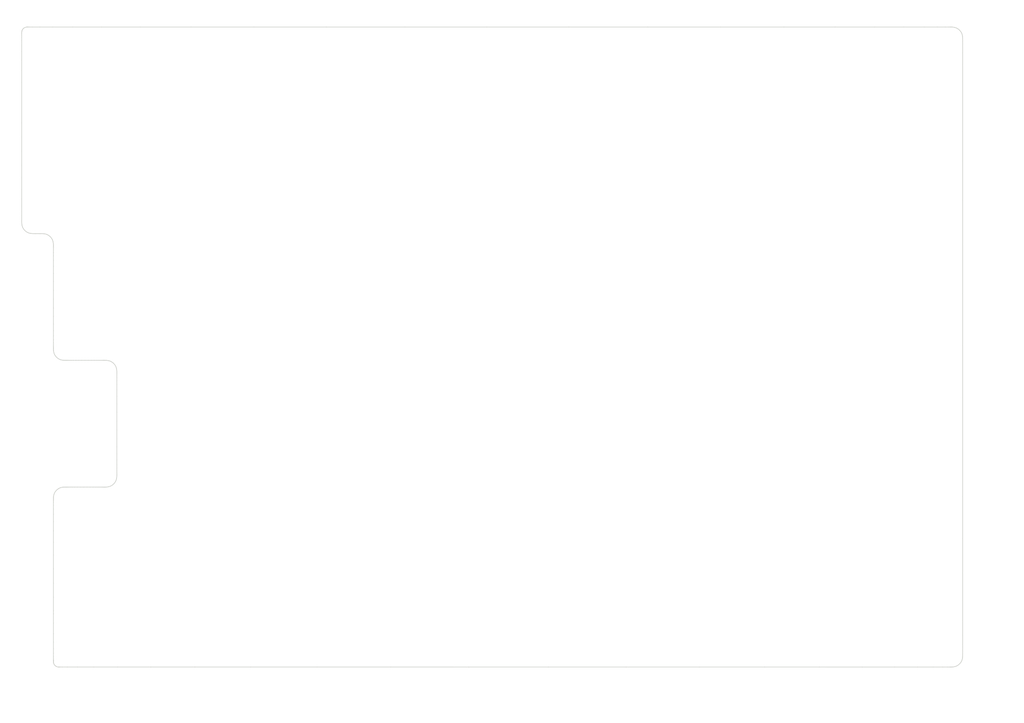
<source format=kicad_pcb>
(kicad_pcb (version 20171130) (host pcbnew "(5.1.10)-1")

  (general
    (thickness 1.6)
    (drawings 512)
    (tracks 0)
    (zones 0)
    (modules 7)
    (nets 1)
  )

  (page USLetter)
  (layers
    (0 F.Cu signal)
    (31 B.Cu signal)
    (32 B.Adhes user)
    (33 F.Adhes user)
    (34 B.Paste user)
    (35 F.Paste user)
    (36 B.SilkS user)
    (37 F.SilkS user)
    (38 B.Mask user)
    (39 F.Mask user)
    (40 Dwgs.User user)
    (41 Cmts.User user)
    (42 Eco1.User user)
    (43 Eco2.User user)
    (44 Edge.Cuts user)
    (45 Margin user)
    (46 B.CrtYd user)
    (47 F.CrtYd user)
    (48 B.Fab user)
    (49 F.Fab user)
  )

  (setup
    (last_trace_width 0.25)
    (trace_clearance 0.2)
    (zone_clearance 0.508)
    (zone_45_only no)
    (trace_min 0.2)
    (via_size 0.6)
    (via_drill 0.4)
    (via_min_size 0.4)
    (via_min_drill 0.3)
    (uvia_size 0.3)
    (uvia_drill 0.1)
    (uvias_allowed no)
    (uvia_min_size 0.2)
    (uvia_min_drill 0.1)
    (edge_width 0.15)
    (segment_width 0.2)
    (pcb_text_width 0.3)
    (pcb_text_size 1.5 1.5)
    (mod_edge_width 0.15)
    (mod_text_size 1 1)
    (mod_text_width 0.15)
    (pad_size 5.5 5.5)
    (pad_drill 3.2)
    (pad_to_mask_clearance 0.2)
    (aux_axis_origin 0 0)
    (visible_elements 7FFFFF7F)
    (pcbplotparams
      (layerselection 0x010f0_80000001)
      (usegerberextensions true)
      (usegerberattributes true)
      (usegerberadvancedattributes true)
      (creategerberjobfile true)
      (excludeedgelayer true)
      (linewidth 0.100000)
      (plotframeref false)
      (viasonmask false)
      (mode 1)
      (useauxorigin false)
      (hpglpennumber 1)
      (hpglpenspeed 20)
      (hpglpendiameter 15.000000)
      (psnegative false)
      (psa4output false)
      (plotreference true)
      (plotvalue true)
      (plotinvisibletext false)
      (padsonsilk false)
      (subtractmaskfromsilk false)
      (outputformat 1)
      (mirror false)
      (drillshape 0)
      (scaleselection 1)
      (outputdirectory "../gerbers/fourier-right-bottom"))
  )

  (net 0 "")

  (net_class Default "This is the default net class."
    (clearance 0.2)
    (trace_width 0.25)
    (via_dia 0.6)
    (via_drill 0.4)
    (uvia_dia 0.3)
    (uvia_drill 0.1)
  )

  (module Mounting_Holes:MountingHole_2.2mm_M2 (layer B.Cu) (tedit 5A7A0D6A) (tstamp 5A7A4DAD)
    (at 28.35 121.3)
    (descr "Mounting Hole 2.2mm, no annular, M2")
    (tags "mounting hole 2.2mm no annular m2")
    (attr virtual)
    (fp_text reference REF** (at 0 3.2) (layer B.SilkS) hide
      (effects (font (size 1 1) (thickness 0.15)) (justify mirror))
    )
    (fp_text value MountingHole_2.2mm_M2 (at 0 -3.2) (layer B.Fab) hide
      (effects (font (size 1 1) (thickness 0.15)) (justify mirror))
    )
    (fp_circle (center 0 0) (end 2.45 0) (layer B.CrtYd) (width 0.05))
    (fp_circle (center 0 0) (end 2.2 0) (layer Cmts.User) (width 0.15))
    (fp_text user %R (at 0.3 0) (layer B.Fab) hide
      (effects (font (size 1 1) (thickness 0.15)) (justify mirror))
    )
    (pad 1 np_thru_hole circle (at 0 0) (size 2.2 2.2) (drill 2.2) (layers *.Cu *.Mask))
  )

  (module Mounting_Holes:MountingHole_2.2mm_M2 (layer B.Cu) (tedit 5A7A0D6A) (tstamp 5A7A4DA6)
    (at 90.025 121.275)
    (descr "Mounting Hole 2.2mm, no annular, M2")
    (tags "mounting hole 2.2mm no annular m2")
    (attr virtual)
    (fp_text reference REF** (at 0 3.2) (layer B.SilkS) hide
      (effects (font (size 1 1) (thickness 0.15)) (justify mirror))
    )
    (fp_text value MountingHole_2.2mm_M2 (at 0 -3.2) (layer B.Fab) hide
      (effects (font (size 1 1) (thickness 0.15)) (justify mirror))
    )
    (fp_circle (center 0 0) (end 2.45 0) (layer B.CrtYd) (width 0.05))
    (fp_circle (center 0 0) (end 2.2 0) (layer Cmts.User) (width 0.15))
    (fp_text user %R (at 0.3 0) (layer B.Fab) hide
      (effects (font (size 1 1) (thickness 0.15)) (justify mirror))
    )
    (pad 1 np_thru_hole circle (at 0 0) (size 2.2 2.2) (drill 2.2) (layers *.Cu *.Mask))
  )

  (module Mounting_Holes:MountingHole_2.2mm_M2 (layer B.Cu) (tedit 5A7A0D6A) (tstamp 5A7A4D9F)
    (at 156.475 120.85)
    (descr "Mounting Hole 2.2mm, no annular, M2")
    (tags "mounting hole 2.2mm no annular m2")
    (attr virtual)
    (fp_text reference REF** (at 0 3.2) (layer B.SilkS) hide
      (effects (font (size 1 1) (thickness 0.15)) (justify mirror))
    )
    (fp_text value MountingHole_2.2mm_M2 (at 0 -3.2) (layer B.Fab) hide
      (effects (font (size 1 1) (thickness 0.15)) (justify mirror))
    )
    (fp_circle (center 0 0) (end 2.45 0) (layer B.CrtYd) (width 0.05))
    (fp_circle (center 0 0) (end 2.2 0) (layer Cmts.User) (width 0.15))
    (fp_text user %R (at 0.3 0) (layer B.Fab) hide
      (effects (font (size 1 1) (thickness 0.15)) (justify mirror))
    )
    (pad 1 np_thru_hole circle (at 0 0) (size 2.2 2.2) (drill 2.2) (layers *.Cu *.Mask))
  )

  (module Mounting_Holes:MountingHole_2.2mm_M2 (layer B.Cu) (tedit 5A7A0D6A) (tstamp 5A7A4D98)
    (at 156.925 79.2)
    (descr "Mounting Hole 2.2mm, no annular, M2")
    (tags "mounting hole 2.2mm no annular m2")
    (attr virtual)
    (fp_text reference REF** (at 0 3.2) (layer B.SilkS) hide
      (effects (font (size 1 1) (thickness 0.15)) (justify mirror))
    )
    (fp_text value MountingHole_2.2mm_M2 (at 0 -3.2) (layer B.Fab) hide
      (effects (font (size 1 1) (thickness 0.15)) (justify mirror))
    )
    (fp_circle (center 0 0) (end 2.45 0) (layer B.CrtYd) (width 0.05))
    (fp_circle (center 0 0) (end 2.2 0) (layer Cmts.User) (width 0.15))
    (fp_text user %R (at 0.3 0) (layer B.Fab) hide
      (effects (font (size 1 1) (thickness 0.15)) (justify mirror))
    )
    (pad 1 np_thru_hole circle (at 0 0) (size 2.2 2.2) (drill 2.2) (layers *.Cu *.Mask))
  )

  (module Mounting_Holes:MountingHole_2.2mm_M2 (layer B.Cu) (tedit 5A7A0D6A) (tstamp 5A7A4D91)
    (at 156.45 33.525)
    (descr "Mounting Hole 2.2mm, no annular, M2")
    (tags "mounting hole 2.2mm no annular m2")
    (attr virtual)
    (fp_text reference REF** (at 0 3.2) (layer B.SilkS) hide
      (effects (font (size 1 1) (thickness 0.15)) (justify mirror))
    )
    (fp_text value MountingHole_2.2mm_M2 (at 0 -3.2) (layer B.Fab) hide
      (effects (font (size 1 1) (thickness 0.15)) (justify mirror))
    )
    (fp_circle (center 0 0) (end 2.45 0) (layer B.CrtYd) (width 0.05))
    (fp_circle (center 0 0) (end 2.2 0) (layer Cmts.User) (width 0.15))
    (fp_text user %R (at 0.3 0) (layer B.Fab) hide
      (effects (font (size 1 1) (thickness 0.15)) (justify mirror))
    )
    (pad 1 np_thru_hole circle (at 0 0) (size 2.2 2.2) (drill 2.2) (layers *.Cu *.Mask))
  )

  (module Mounting_Holes:MountingHole_2.2mm_M2 (layer B.Cu) (tedit 5A7A0D6A) (tstamp 5A7A4D8A)
    (at 90.025 33.1)
    (descr "Mounting Hole 2.2mm, no annular, M2")
    (tags "mounting hole 2.2mm no annular m2")
    (attr virtual)
    (fp_text reference REF** (at 0 3.2) (layer B.SilkS) hide
      (effects (font (size 1 1) (thickness 0.15)) (justify mirror))
    )
    (fp_text value MountingHole_2.2mm_M2 (at 0 -3.2) (layer B.Fab) hide
      (effects (font (size 1 1) (thickness 0.15)) (justify mirror))
    )
    (fp_circle (center 0 0) (end 2.45 0) (layer B.CrtYd) (width 0.05))
    (fp_circle (center 0 0) (end 2.2 0) (layer Cmts.User) (width 0.15))
    (fp_text user %R (at 0.3 0) (layer B.Fab) hide
      (effects (font (size 1 1) (thickness 0.15)) (justify mirror))
    )
    (pad 1 np_thru_hole circle (at 0 0) (size 2.2 2.2) (drill 2.2) (layers *.Cu *.Mask))
  )

  (module Mounting_Holes:MountingHole_2.2mm_M2 (layer B.Cu) (tedit 5A7A0D6A) (tstamp 5A7A4D68)
    (at 23.55 33.1)
    (descr "Mounting Hole 2.2mm, no annular, M2")
    (tags "mounting hole 2.2mm no annular m2")
    (attr virtual)
    (fp_text reference REF** (at 0 3.2) (layer B.SilkS) hide
      (effects (font (size 1 1) (thickness 0.15)) (justify mirror))
    )
    (fp_text value MountingHole_2.2mm_M2 (at 0 -3.2) (layer B.Fab) hide
      (effects (font (size 1 1) (thickness 0.15)) (justify mirror))
    )
    (fp_circle (center 0 0) (end 2.45 0) (layer B.CrtYd) (width 0.05))
    (fp_circle (center 0 0) (end 2.2 0) (layer Cmts.User) (width 0.15))
    (fp_text user %R (at 0.3 0) (layer B.Fab) hide
      (effects (font (size 1 1) (thickness 0.15)) (justify mirror))
    )
    (pad 1 np_thru_hole circle (at 0 0) (size 2.2 2.2) (drill 2.2) (layers *.Cu *.Mask))
  )

  (gr_line (start 24.323056 117.291668) (end 24.323056 117.291668) (layer Edge.Cuts) (width 0.1))
  (gr_line (start 24.323056 121.557308) (end 24.323056 120.286255) (layer Edge.Cuts) (width 0.1))
  (gr_line (start 24.323056 122.526528) (end 24.323056 121.557308) (layer Edge.Cuts) (width 0.1))
  (gr_line (start 24.323056 123.23483) (end 24.323056 122.526528) (layer Edge.Cuts) (width 0.1))
  (gr_line (start 24.323056 123.72313) (end 24.323056 123.23483) (layer Edge.Cuts) (width 0.1))
  (gr_line (start 24.323056 124.032343) (end 24.323056 123.72313) (layer Edge.Cuts) (width 0.1))
  (gr_line (start 24.323056 124.203383) (end 24.323056 124.032343) (layer Edge.Cuts) (width 0.1))
  (gr_line (start 24.323056 124.277166) (end 24.323056 124.203383) (layer Edge.Cuts) (width 0.1))
  (gr_line (start 24.323056 124.294607) (end 24.323056 124.277166) (layer Edge.Cuts) (width 0.1))
  (gr_line (start 24.323056 124.295011) (end 24.323056 124.294607) (layer Edge.Cuts) (width 0.1))
  (gr_line (start 24.323056 124.29564) (end 24.323056 124.295011) (layer Edge.Cuts) (width 0.1))
  (gr_line (start 24.323056 124.297789) (end 24.323056 124.29564) (layer Edge.Cuts) (width 0.1))
  (gr_line (start 24.323056 124.302394) (end 24.323056 124.297789) (layer Edge.Cuts) (width 0.1))
  (gr_line (start 24.323056 124.310392) (end 24.323056 124.302394) (layer Edge.Cuts) (width 0.1))
  (gr_line (start 24.323056 124.322718) (end 24.323056 124.310392) (layer Edge.Cuts) (width 0.1))
  (gr_line (start 24.323056 124.34031) (end 24.323056 124.322718) (layer Edge.Cuts) (width 0.1))
  (gr_line (start 24.323056 124.364104) (end 24.323056 124.34031) (layer Edge.Cuts) (width 0.1))
  (gr_line (start 24.323058 124.39503) (end 24.323056 124.364104) (layer Edge.Cuts) (width 0.1))
  (gr_line (start 24.323301 124.43338) (end 24.323058 124.39503) (layer Edge.Cuts) (width 0.1))
  (gr_line (start 24.324489 124.478187) (end 24.323301 124.43338) (layer Edge.Cuts) (width 0.1))
  (gr_line (start 24.327383 124.528336) (end 24.324489 124.478187) (layer Edge.Cuts) (width 0.1))
  (gr_line (start 24.33274 124.582715) (end 24.327383 124.528336) (layer Edge.Cuts) (width 0.1))
  (gr_line (start 24.34132 124.640209) (end 24.33274 124.582715) (layer Edge.Cuts) (width 0.1))
  (gr_line (start 24.353882 124.699706) (end 24.34132 124.640209) (layer Edge.Cuts) (width 0.1))
  (gr_line (start 24.371186 124.76009) (end 24.353882 124.699706) (layer Edge.Cuts) (width 0.1))
  (gr_line (start 24.39399 124.820249) (end 24.371186 124.76009) (layer Edge.Cuts) (width 0.1))
  (gr_line (start 24.422906 124.879127) (end 24.39399 124.820249) (layer Edge.Cuts) (width 0.1))
  (gr_line (start 24.457676 124.936015) (end 24.422906 124.879127) (layer Edge.Cuts) (width 0.1))
  (gr_line (start 24.497717 124.99033) (end 24.457676 124.936015) (layer Edge.Cuts) (width 0.1))
  (gr_line (start 24.542447 125.041491) (end 24.497717 124.99033) (layer Edge.Cuts) (width 0.1))
  (gr_line (start 24.591286 125.088916) (end 24.542447 125.041491) (layer Edge.Cuts) (width 0.1))
  (gr_line (start 24.643651 125.132022) (end 24.591286 125.088916) (layer Edge.Cuts) (width 0.1))
  (gr_line (start 24.698961 125.17023) (end 24.643651 125.132022) (layer Edge.Cuts) (width 0.1))
  (gr_line (start 24.756633 125.202956) (end 24.698961 125.17023) (layer Edge.Cuts) (width 0.1))
  (gr_line (start 24.816076 125.229645) (end 24.756633 125.202956) (layer Edge.Cuts) (width 0.1))
  (gr_line (start 24.876445 125.250378) (end 24.816076 125.229645) (layer Edge.Cuts) (width 0.1))
  (gr_line (start 24.936637 125.265885) (end 24.876445 125.250378) (layer Edge.Cuts) (width 0.1))
  (gr_line (start 24.99554 125.276924) (end 24.936637 125.265885) (layer Edge.Cuts) (width 0.1))
  (gr_line (start 25.052039 125.284255) (end 24.99554 125.276924) (layer Edge.Cuts) (width 0.1))
  (gr_line (start 25.10502 125.288637) (end 25.052039 125.284255) (layer Edge.Cuts) (width 0.1))
  (gr_line (start 25.153371 125.290828) (end 25.10502 125.288637) (layer Edge.Cuts) (width 0.1))
  (gr_line (start 25.195978 125.291588) (end 25.153371 125.290828) (layer Edge.Cuts) (width 0.1))
  (gr_line (start 25.231784 125.291676) (end 25.195978 125.291588) (layer Edge.Cuts) (width 0.1))
  (gr_line (start 25.312443 125.291677) (end 25.231784 125.291676) (layer Edge.Cuts) (width 0.1))
  (gr_line (start 25.63963 125.29168) (end 25.312443 125.291677) (layer Edge.Cuts) (width 0.1))
  (gr_line (start 26.441532 125.291688) (end 25.63963 125.29168) (layer Edge.Cuts) (width 0.1))
  (gr_line (start 27.946334 125.291701) (end 26.441532 125.291688) (layer Edge.Cuts) (width 0.1))
  (gr_line (start 30.382224 125.291724) (end 27.946334 125.291701) (layer Edge.Cuts) (width 0.1))
  (gr_line (start 33.977388 125.291757) (end 30.382224 125.291724) (layer Edge.Cuts) (width 0.1))
  (gr_line (start 38.960013 125.291803) (end 33.977388 125.291757) (layer Edge.Cuts) (width 0.1))
  (gr_line (start 45.558286 125.291864) (end 38.960013 125.291803) (layer Edge.Cuts) (width 0.1))
  (gr_line (start 53.954713 125.291942) (end 45.558286 125.291864) (layer Edge.Cuts) (width 0.1))
  (gr_line (start 63.917485 125.292034) (end 53.954713 125.291942) (layer Edge.Cuts) (width 0.1))
  (gr_line (start 74.994157 125.292136) (end 63.917485 125.292034) (layer Edge.Cuts) (width 0.1))
  (gr_line (start 86.730226 125.292244) (end 74.994157 125.292136) (layer Edge.Cuts) (width 0.1))
  (gr_line (start 98.671193 125.292355) (end 86.730226 125.292244) (layer Edge.Cuts) (width 0.1))
  (gr_line (start 110.362558 125.292463) (end 98.671193 125.292355) (layer Edge.Cuts) (width 0.1))
  (gr_line (start 121.349819 125.292564) (end 110.362558 125.292463) (layer Edge.Cuts) (width 0.1))
  (gr_line (start 131.178477 125.292655) (end 121.349819 125.292564) (layer Edge.Cuts) (width 0.1))
  (gr_line (start 139.399376 125.292731) (end 131.178477 125.292655) (layer Edge.Cuts) (width 0.1))
  (gr_line (start 145.829002 125.29279) (end 139.399376 125.292731) (layer Edge.Cuts) (width 0.1))
  (gr_line (start 150.66671 125.292835) (end 145.829002 125.29279) (layer Edge.Cuts) (width 0.1))
  (gr_line (start 154.141628 125.292867) (end 150.66671 125.292835) (layer Edge.Cuts) (width 0.1))
  (gr_line (start 156.482888 125.292889) (end 154.141628 125.292867) (layer Edge.Cuts) (width 0.1))
  (gr_line (start 157.91962 125.292902) (end 156.482888 125.292889) (layer Edge.Cuts) (width 0.1))
  (gr_line (start 158.680953 125.292909) (end 157.91962 125.292902) (layer Edge.Cuts) (width 0.1))
  (gr_line (start 158.996018 125.292912) (end 158.680953 125.292909) (layer Edge.Cuts) (width 0.1))
  (gr_line (start 159.093945 125.292913) (end 158.996018 125.292912) (layer Edge.Cuts) (width 0.1))
  (gr_line (start 159.167168 125.292672) (end 159.093945 125.292913) (layer Edge.Cuts) (width 0.1))
  (gr_line (start 159.25394 125.290932) (end 159.167168 125.292672) (layer Edge.Cuts) (width 0.1))
  (gr_line (start 159.352025 125.286169) (end 159.25394 125.290932) (layer Edge.Cuts) (width 0.1))
  (gr_line (start 159.459188 125.276859) (end 159.352025 125.286169) (layer Edge.Cuts) (width 0.1))
  (gr_line (start 159.573192 125.261479) (end 159.459188 125.276859) (layer Edge.Cuts) (width 0.1))
  (gr_line (start 159.691801 125.238503) (end 159.573192 125.261479) (layer Edge.Cuts) (width 0.1))
  (gr_line (start 159.81278 125.206409) (end 159.691801 125.238503) (layer Edge.Cuts) (width 0.1))
  (gr_line (start 159.933893 125.163671) (end 159.81278 125.206409) (layer Edge.Cuts) (width 0.1))
  (gr_line (start 160.052944 125.108867) (end 159.933893 125.163671) (layer Edge.Cuts) (width 0.1))
  (gr_line (start 160.168315 125.042032) (end 160.052944 125.108867) (layer Edge.Cuts) (width 0.1))
  (gr_line (start 160.278828 124.964307) (end 160.168315 125.042032) (layer Edge.Cuts) (width 0.1))
  (gr_line (start 160.383315 124.87686) (end 160.278828 124.964307) (layer Edge.Cuts) (width 0.1))
  (gr_line (start 160.480608 124.78086) (end 160.383315 124.87686) (layer Edge.Cuts) (width 0.1))
  (gr_line (start 160.569538 124.677473) (end 160.480608 124.78086) (layer Edge.Cuts) (width 0.1))
  (gr_line (start 160.648938 124.567868) (end 160.569538 124.677473) (layer Edge.Cuts) (width 0.1))
  (gr_line (start 160.717639 124.453214) (end 160.648938 124.567868) (layer Edge.Cuts) (width 0.1))
  (gr_line (start 160.774479 124.33468) (end 160.717639 124.453214) (layer Edge.Cuts) (width 0.1))
  (gr_line (start 160.819108 124.213759) (end 160.774479 124.33468) (layer Edge.Cuts) (width 0.1))
  (gr_line (start 160.852844 124.092605) (end 160.819108 124.213759) (layer Edge.Cuts) (width 0.1))
  (gr_line (start 160.877211 123.973454) (end 160.852844 124.092605) (layer Edge.Cuts) (width 0.1))
  (gr_line (start 160.893733 123.858542) (end 160.877211 123.973454) (layer Edge.Cuts) (width 0.1))
  (gr_line (start 160.903935 123.750105) (end 160.893733 123.858542) (layer Edge.Cuts) (width 0.1))
  (gr_line (start 160.909339 123.650378) (end 160.903935 123.750105) (layer Edge.Cuts) (width 0.1))
  (gr_line (start 160.911471 123.561598) (end 160.909339 123.650378) (layer Edge.Cuts) (width 0.1))
  (gr_line (start 160.911854 123.486001) (end 160.911471 123.561598) (layer Edge.Cuts) (width 0.1))
  (gr_line (start 160.911855 123.409907) (end 160.911854 123.486001) (layer Edge.Cuts) (width 0.1))
  (gr_line (start 160.911855 123.219977) (end 160.911855 123.409907) (layer Edge.Cuts) (width 0.1))
  (gr_line (start 160.911855 122.76438) (end 160.911855 123.219977) (layer Edge.Cuts) (width 0.1))
  (gr_line (start 160.911855 121.891201) (end 160.911855 122.76438) (layer Edge.Cuts) (width 0.1))
  (gr_line (start 160.911855 120.448525) (end 160.911855 121.891201) (layer Edge.Cuts) (width 0.1))
  (gr_line (start 160.911855 118.284439) (end 160.911855 120.448525) (layer Edge.Cuts) (width 0.1))
  (gr_line (start 160.911855 115.247026) (end 160.911855 118.284439) (layer Edge.Cuts) (width 0.1))
  (gr_line (start 160.911855 111.184373) (end 160.911855 115.247026) (layer Edge.Cuts) (width 0.1))
  (gr_line (start 160.911855 105.952659) (end 160.911855 111.184373) (layer Edge.Cuts) (width 0.1))
  (gr_line (start 160.911855 99.617628) (end 160.911855 105.952659) (layer Edge.Cuts) (width 0.1))
  (gr_line (start 160.911855 92.468475) (end 160.911855 99.617628) (layer Edge.Cuts) (width 0.1))
  (gr_line (start 160.911855 84.805269) (end 160.911855 92.468475) (layer Edge.Cuts) (width 0.1))
  (gr_line (start 160.911855 76.928078) (end 160.911855 84.805269) (layer Edge.Cuts) (width 0.1))
  (gr_line (start 160.911855 69.136973) (end 160.911855 76.928078) (layer Edge.Cuts) (width 0.1))
  (gr_line (start 160.911855 61.732023) (end 160.911855 69.136973) (layer Edge.Cuts) (width 0.1))
  (gr_line (start 160.911855 55.013297) (end 160.911855 61.732023) (layer Edge.Cuts) (width 0.1))
  (gr_line (start 160.911855 49.280793) (end 160.911855 55.013297) (layer Edge.Cuts) (width 0.1))
  (gr_line (start 160.911855 44.734978) (end 160.911855 49.280793) (layer Edge.Cuts) (width 0.1))
  (gr_line (start 160.911855 37.279153) (end 160.911855 44.734978) (layer Edge.Cuts) (width 0.1))
  (gr_line (start 160.911855 34.761405) (end 160.911855 37.279153) (layer Edge.Cuts) (width 0.1))
  (gr_line (start 160.911855 33.029819) (end 160.911855 34.761405) (layer Edge.Cuts) (width 0.1))
  (gr_line (start 160.911855 31.93248) (end 160.911855 33.029819) (layer Edge.Cuts) (width 0.1))
  (gr_line (start 160.911855 31.317473) (end 160.911855 31.93248) (layer Edge.Cuts) (width 0.1))
  (gr_line (start 160.911855 31.032885) (end 160.911855 31.317473) (layer Edge.Cuts) (width 0.1))
  (gr_line (start 160.911855 30.926799) (end 160.911855 31.032885) (layer Edge.Cuts) (width 0.1))
  (gr_line (start 160.91176 30.856944) (end 160.911855 30.926799) (layer Edge.Cuts) (width 0.1))
  (gr_line (start 160.910559 30.773511) (end 160.91176 30.856944) (layer Edge.Cuts) (width 0.1))
  (gr_line (start 160.906736 30.678177) (end 160.910559 30.773511) (layer Edge.Cuts) (width 0.1))
  (gr_line (start 160.898766 30.57318) (end 160.906736 30.678177) (layer Edge.Cuts) (width 0.1))
  (gr_line (start 160.885124 30.460755) (end 160.898766 30.57318) (layer Edge.Cuts) (width 0.1))
  (gr_line (start 160.864287 30.343138) (end 160.885124 30.460755) (layer Edge.Cuts) (width 0.1))
  (gr_line (start 160.834731 30.222565) (end 160.864287 30.343138) (layer Edge.Cuts) (width 0.1))
  (gr_line (start 160.794932 30.101272) (end 160.834731 30.222565) (layer Edge.Cuts) (width 0.1))
  (gr_line (start 160.743385 29.981487) (end 160.794932 30.101272) (layer Edge.Cuts) (width 0.1))
  (gr_line (start 160.679599 29.865036) (end 160.743385 29.981487) (layer Edge.Cuts) (width 0.1))
  (gr_line (start 160.604618 29.753137) (end 160.679599 29.865036) (layer Edge.Cuts) (width 0.1))
  (gr_line (start 160.519608 29.646957) (end 160.604618 29.753137) (layer Edge.Cuts) (width 0.1))
  (gr_line (start 160.425738 29.547666) (end 160.519608 29.646957) (layer Edge.Cuts) (width 0.1))
  (gr_line (start 160.324176 29.45643) (end 160.425738 29.547666) (layer Edge.Cuts) (width 0.1))
  (gr_line (start 160.21609 29.374419) (end 160.324176 29.45643) (layer Edge.Cuts) (width 0.1))
  (gr_line (start 160.102647 29.302799) (end 160.21609 29.374419) (layer Edge.Cuts) (width 0.1))
  (gr_line (start 159.985017 29.24274) (end 160.102647 29.302799) (layer Edge.Cuts) (width 0.1))
  (gr_line (start 159.864527 29.195002) (end 159.985017 29.24274) (layer Edge.Cuts) (width 0.1))
  (gr_line (start 159.743219 29.158557) (end 159.864527 29.195002) (layer Edge.Cuts) (width 0.1))
  (gr_line (start 159.623327 29.131881) (end 159.743219 29.158557) (layer Edge.Cuts) (width 0.1))
  (gr_line (start 159.507087 29.113448) (end 159.623327 29.131881) (layer Edge.Cuts) (width 0.1))
  (gr_line (start 159.396736 29.101737) (end 159.507087 29.113448) (layer Edge.Cuts) (width 0.1))
  (gr_line (start 159.294509 29.095221) (end 159.396736 29.101737) (layer Edge.Cuts) (width 0.1))
  (gr_line (start 159.202643 29.092378) (end 159.294509 29.095221) (layer Edge.Cuts) (width 0.1))
  (gr_line (start 159.123372 29.091684) (end 159.202643 29.092378) (layer Edge.Cuts) (width 0.1))
  (gr_line (start 159.050729 29.091667) (end 159.123372 29.091684) (layer Edge.Cuts) (width 0.1))
  (gr_line (start 158.851089 29.091667) (end 159.050729 29.091667) (layer Edge.Cuts) (width 0.1))
  (gr_line (start 158.289981 29.091667) (end 158.851089 29.091667) (layer Edge.Cuts) (width 0.1))
  (gr_line (start 157.130183 29.091667) (end 158.289981 29.091667) (layer Edge.Cuts) (width 0.1))
  (gr_line (start 155.134479 29.091667) (end 157.130183 29.091667) (layer Edge.Cuts) (width 0.1))
  (gr_line (start 152.065648 29.091667) (end 155.134479 29.091667) (layer Edge.Cuts) (width 0.1))
  (gr_line (start 147.686472 29.091667) (end 152.065648 29.091667) (layer Edge.Cuts) (width 0.1))
  (gr_line (start 141.759732 29.091667) (end 147.686472 29.091667) (layer Edge.Cuts) (width 0.1))
  (gr_line (start 134.04935 29.091667) (end 141.759732 29.091667) (layer Edge.Cuts) (width 0.1))
  (gr_line (start 124.525313 29.091667) (end 134.04935 29.091667) (layer Edge.Cuts) (width 0.1))
  (gr_line (start 113.600816 29.091667) (end 124.525313 29.091667) (layer Edge.Cuts) (width 0.1))
  (gr_line (start 101.746536 29.091667) (end 113.600816 29.091667) (layer Edge.Cuts) (width 0.1))
  (gr_line (start 89.433152 29.091667) (end 101.746536 29.091667) (layer Edge.Cuts) (width 0.1))
  (gr_line (start 77.131342 29.091667) (end 89.433152 29.091667) (layer Edge.Cuts) (width 0.1))
  (gr_line (start 65.311784 29.091668) (end 77.131342 29.091667) (layer Edge.Cuts) (width 0.1))
  (gr_line (start 54.445157 29.091668) (end 65.311784 29.091668) (layer Edge.Cuts) (width 0.1))
  (gr_line (start 45.002139 29.091668) (end 54.445157 29.091668) (layer Edge.Cuts) (width 0.1))
  (gr_line (start 37.384548 29.091668) (end 45.002139 29.091668) (layer Edge.Cuts) (width 0.1))
  (gr_line (start 31.540339 29.091668) (end 37.384548 29.091668) (layer Edge.Cuts) (width 0.1))
  (gr_line (start 27.233747 29.091668) (end 31.540339 29.091668) (layer Edge.Cuts) (width 0.1))
  (gr_line (start 24.22849 29.091668) (end 27.233747 29.091668) (layer Edge.Cuts) (width 0.1))
  (gr_line (start 22.288287 29.091668) (end 24.22849 29.091668) (layer Edge.Cuts) (width 0.1))
  (gr_line (start 21.176853 29.091668) (end 22.288287 29.091668) (layer Edge.Cuts) (width 0.1))
  (gr_line (start 20.657907 29.091668) (end 21.176853 29.091668) (layer Edge.Cuts) (width 0.1))
  (gr_line (start 20.495167 29.091668) (end 20.657907 29.091668) (layer Edge.Cuts) (width 0.1))
  (gr_line (start 20.456177 29.09168) (end 20.495167 29.091668) (layer Edge.Cuts) (width 0.1))
  (gr_line (start 20.416064 29.092064) (end 20.456177 29.09168) (layer Edge.Cuts) (width 0.1))
  (gr_line (start 20.369685 29.093563) (end 20.416064 29.092064) (layer Edge.Cuts) (width 0.1))
  (gr_line (start 20.318164 29.096943) (end 20.369685 29.093563) (layer Edge.Cuts) (width 0.1))
  (gr_line (start 20.262621 29.102967) (end 20.318164 29.096943) (layer Edge.Cuts) (width 0.1))
  (gr_line (start 20.204179 29.112402) (end 20.262621 29.102967) (layer Edge.Cuts) (width 0.1))
  (gr_line (start 20.143959 29.12601) (end 20.204179 29.112402) (layer Edge.Cuts) (width 0.1))
  (gr_line (start 20.083084 29.144558) (end 20.143959 29.12601) (layer Edge.Cuts) (width 0.1))
  (gr_line (start 20.022675 29.16881) (end 20.083084 29.144558) (layer Edge.Cuts) (width 0.1))
  (gr_line (start 19.963741 29.199245) (end 20.022675 29.16881) (layer Edge.Cuts) (width 0.1))
  (gr_line (start 19.906937 29.235452) (end 19.963741 29.199245) (layer Edge.Cuts) (width 0.1))
  (gr_line (start 19.85285 29.276844) (end 19.906937 29.235452) (layer Edge.Cuts) (width 0.1))
  (gr_line (start 19.802065 29.322836) (end 19.85285 29.276844) (layer Edge.Cuts) (width 0.1))
  (gr_line (start 19.755168 29.372842) (end 19.802065 29.322836) (layer Edge.Cuts) (width 0.1))
  (gr_line (start 19.712746 29.426275) (end 19.755168 29.372842) (layer Edge.Cuts) (width 0.1))
  (gr_line (start 19.675385 29.482549) (end 19.712746 29.426275) (layer Edge.Cuts) (width 0.1))
  (gr_line (start 19.643671 29.541078) (end 19.675385 29.482549) (layer Edge.Cuts) (width 0.1))
  (gr_line (start 19.618111 29.601245) (end 19.643671 29.541078) (layer Edge.Cuts) (width 0.1))
  (gr_line (start 19.598411 29.662115) (end 19.618111 29.601245) (layer Edge.Cuts) (width 0.1))
  (gr_line (start 19.583814 29.722569) (end 19.598411 29.662115) (layer Edge.Cuts) (width 0.1))
  (gr_line (start 19.573554 29.781484) (end 19.583814 29.722569) (layer Edge.Cuts) (width 0.1))
  (gr_line (start 19.566867 29.837738) (end 19.573554 29.781484) (layer Edge.Cuts) (width 0.1))
  (gr_line (start 19.562988 29.890211) (end 19.566867 29.837738) (layer Edge.Cuts) (width 0.1))
  (gr_line (start 19.561152 29.937779) (end 19.562988 29.890211) (layer Edge.Cuts) (width 0.1))
  (gr_line (start 19.560595 29.979321) (end 19.561152 29.937779) (layer Edge.Cuts) (width 0.1))
  (gr_line (start 19.560556 30.013968) (end 19.560595 29.979321) (layer Edge.Cuts) (width 0.1))
  (gr_line (start 19.560556 30.056607) (end 19.560556 30.013968) (layer Edge.Cuts) (width 0.1))
  (gr_line (start 19.560556 30.14691) (end 19.560556 30.056607) (layer Edge.Cuts) (width 0.1))
  (gr_line (start 19.560556 30.326723) (end 19.560556 30.14691) (layer Edge.Cuts) (width 0.1))
  (gr_line (start 19.560556 30.637892) (end 19.560556 30.326723) (layer Edge.Cuts) (width 0.1))
  (gr_line (start 19.560556 31.122262) (end 19.560556 30.637892) (layer Edge.Cuts) (width 0.1))
  (gr_line (start 19.560556 31.821679) (end 19.560556 31.122262) (layer Edge.Cuts) (width 0.1))
  (gr_line (start 19.560556 32.777989) (end 19.560556 31.821679) (layer Edge.Cuts) (width 0.1))
  (gr_line (start 19.560556 34.033039) (end 19.560556 32.777989) (layer Edge.Cuts) (width 0.1))
  (gr_line (start 19.560556 35.610958) (end 19.560556 34.033039) (layer Edge.Cuts) (width 0.1))
  (gr_line (start 19.560556 37.453736) (end 19.560556 35.610958) (layer Edge.Cuts) (width 0.1))
  (gr_line (start 19.560556 43.47957) (end 19.560556 37.453736) (layer Edge.Cuts) (width 0.1))
  (gr_line (start 19.560556 45.606655) (end 19.560556 43.47957) (layer Edge.Cuts) (width 0.1))
  (gr_line (start 19.560556 47.753185) (end 19.560556 45.606655) (layer Edge.Cuts) (width 0.1))
  (gr_line (start 19.560556 49.837355) (end 19.560556 47.753185) (layer Edge.Cuts) (width 0.1))
  (gr_line (start 19.560556 51.77736) (end 19.560556 49.837355) (layer Edge.Cuts) (width 0.1))
  (gr_line (start 19.560556 53.491396) (end 19.560556 51.77736) (layer Edge.Cuts) (width 0.1))
  (gr_line (start 19.560556 54.901579) (end 19.560556 53.491396) (layer Edge.Cuts) (width 0.1))
  (gr_line (start 19.560556 55.995273) (end 19.560556 54.901579) (layer Edge.Cuts) (width 0.1))
  (gr_line (start 19.560556 56.813655) (end 19.560556 55.995273) (layer Edge.Cuts) (width 0.1))
  (gr_line (start 19.560556 57.399506) (end 19.560556 56.813655) (layer Edge.Cuts) (width 0.1))
  (gr_line (start 19.560556 57.795609) (end 19.560556 57.399506) (layer Edge.Cuts) (width 0.1))
  (gr_line (start 19.560556 58.044747) (end 19.560556 57.795609) (layer Edge.Cuts) (width 0.1))
  (gr_line (start 19.560556 58.189701) (end 19.560556 58.044747) (layer Edge.Cuts) (width 0.1))
  (gr_line (start 19.560556 58.273254) (end 19.560556 58.189701) (layer Edge.Cuts) (width 0.1))
  (gr_line (start 19.560558 58.338133) (end 19.560556 58.273254) (layer Edge.Cuts) (width 0.1))
  (gr_line (start 19.560991 58.41443) (end 19.560558 58.338133) (layer Edge.Cuts) (width 0.1))
  (gr_line (start 19.563248 58.5038) (end 19.560991 58.41443) (layer Edge.Cuts) (width 0.1))
  (gr_line (start 19.568853 58.604006) (end 19.563248 58.5038) (layer Edge.Cuts) (width 0.1))
  (gr_line (start 19.57933 58.712814) (end 19.568853 58.604006) (layer Edge.Cuts) (width 0.1))
  (gr_line (start 19.596202 58.827986) (end 19.57933 58.712814) (layer Edge.Cuts) (width 0.1))
  (gr_line (start 19.620994 58.947287) (end 19.596202 58.827986) (layer Edge.Cuts) (width 0.1))
  (gr_line (start 19.65523 59.068481) (end 19.620994 58.947287) (layer Edge.Cuts) (width 0.1))
  (gr_line (start 19.700433 59.189332) (end 19.65523 59.068481) (layer Edge.Cuts) (width 0.1))
  (gr_line (start 19.75788 59.307703) (end 19.700433 59.189332) (layer Edge.Cuts) (width 0.1))
  (gr_line (start 19.827134 59.422136) (end 19.75788 59.307703) (layer Edge.Cuts) (width 0.1))
  (gr_line (start 19.907029 59.531462) (end 19.827134 59.422136) (layer Edge.Cuts) (width 0.1))
  (gr_line (start 19.996396 59.634512) (end 19.907029 59.531462) (layer Edge.Cuts) (width 0.1))
  (gr_line (start 20.094069 59.730119) (end 19.996396 59.634512) (layer Edge.Cuts) (width 0.1))
  (gr_line (start 20.198878 59.817115) (end 20.094069 59.730119) (layer Edge.Cuts) (width 0.1))
  (gr_line (start 20.309657 59.894332) (end 20.198878 59.817115) (layer Edge.Cuts) (width 0.1))
  (gr_line (start 20.425236 59.960601) (end 20.309657 59.894332) (layer Edge.Cuts) (width 0.1))
  (gr_line (start 20.544432 60.014794) (end 20.425236 59.960601) (layer Edge.Cuts) (width 0.1))
  (gr_line (start 20.66559 60.056973) (end 20.544432 60.014794) (layer Edge.Cuts) (width 0.1))
  (gr_line (start 20.786504 60.088584) (end 20.66559 60.056973) (layer Edge.Cuts) (width 0.1))
  (gr_line (start 20.904938 60.111152) (end 20.786504 60.088584) (layer Edge.Cuts) (width 0.1))
  (gr_line (start 21.018657 60.126199) (end 20.904938 60.111152) (layer Edge.Cuts) (width 0.1))
  (gr_line (start 21.125424 60.13525) (end 21.018657 60.126199) (layer Edge.Cuts) (width 0.1))
  (gr_line (start 21.223005 60.139829) (end 21.125424 60.13525) (layer Edge.Cuts) (width 0.1))
  (gr_line (start 21.309162 60.141461) (end 21.223005 60.139829) (layer Edge.Cuts) (width 0.1))
  (gr_line (start 21.381661 60.141668) (end 21.309162 60.141461) (layer Edge.Cuts) (width 0.1))
  (gr_line (start 21.439355 60.141668) (end 21.381661 60.141668) (layer Edge.Cuts) (width 0.1))
  (gr_line (start 21.484683 60.141668) (end 21.439355 60.141668) (layer Edge.Cuts) (width 0.1))
  (gr_line (start 21.520819 60.141668) (end 21.484683 60.141668) (layer Edge.Cuts) (width 0.1))
  (gr_line (start 21.550934 60.141668) (end 21.520819 60.141668) (layer Edge.Cuts) (width 0.1))
  (gr_line (start 21.578205 60.141668) (end 21.550934 60.141668) (layer Edge.Cuts) (width 0.1))
  (gr_line (start 21.605803 60.141668) (end 21.578205 60.141668) (layer Edge.Cuts) (width 0.1))
  (gr_line (start 21.636903 60.141668) (end 21.605803 60.141668) (layer Edge.Cuts) (width 0.1))
  (gr_line (start 21.674678 60.141668) (end 21.636903 60.141668) (layer Edge.Cuts) (width 0.1))
  (gr_line (start 21.721988 60.141668) (end 21.674678 60.141668) (layer Edge.Cuts) (width 0.1))
  (gr_line (start 21.778325 60.141668) (end 21.721988 60.141668) (layer Edge.Cuts) (width 0.1))
  (gr_line (start 21.84113 60.141668) (end 21.778325 60.141668) (layer Edge.Cuts) (width 0.1))
  (gr_line (start 21.907816 60.141668) (end 21.84113 60.141668) (layer Edge.Cuts) (width 0.1))
  (gr_line (start 21.975796 60.141668) (end 21.907816 60.141668) (layer Edge.Cuts) (width 0.1))
  (gr_line (start 22.042482 60.141668) (end 21.975796 60.141668) (layer Edge.Cuts) (width 0.1))
  (gr_line (start 22.105287 60.141668) (end 22.042482 60.141668) (layer Edge.Cuts) (width 0.1))
  (gr_line (start 22.161624 60.141668) (end 22.105287 60.141668) (layer Edge.Cuts) (width 0.1))
  (gr_line (start 22.208934 60.141668) (end 22.161624 60.141668) (layer Edge.Cuts) (width 0.1))
  (gr_line (start 22.246709 60.141668) (end 22.208934 60.141668) (layer Edge.Cuts) (width 0.1))
  (gr_line (start 22.277809 60.141668) (end 22.246709 60.141668) (layer Edge.Cuts) (width 0.1))
  (gr_line (start 22.305407 60.141668) (end 22.277809 60.141668) (layer Edge.Cuts) (width 0.1))
  (gr_line (start 22.332678 60.141668) (end 22.305407 60.141668) (layer Edge.Cuts) (width 0.1))
  (gr_line (start 22.362793 60.141668) (end 22.332678 60.141668) (layer Edge.Cuts) (width 0.1))
  (gr_line (start 22.398929 60.141668) (end 22.362793 60.141668) (layer Edge.Cuts) (width 0.1))
  (gr_line (start 22.444257 60.141668) (end 22.398929 60.141668) (layer Edge.Cuts) (width 0.1))
  (gr_line (start 22.501951 60.141668) (end 22.444257 60.141668) (layer Edge.Cuts) (width 0.1))
  (gr_line (start 22.57445 60.141875) (end 22.501951 60.141668) (layer Edge.Cuts) (width 0.1))
  (gr_line (start 22.660607 60.143507) (end 22.57445 60.141875) (layer Edge.Cuts) (width 0.1))
  (gr_line (start 22.758188 60.148086) (end 22.660607 60.143507) (layer Edge.Cuts) (width 0.1))
  (gr_line (start 22.864955 60.157137) (end 22.758188 60.148086) (layer Edge.Cuts) (width 0.1))
  (gr_line (start 22.978674 60.172185) (end 22.864955 60.157137) (layer Edge.Cuts) (width 0.1))
  (gr_line (start 23.097108 60.194752) (end 22.978674 60.172185) (layer Edge.Cuts) (width 0.1))
  (gr_line (start 23.218022 60.226363) (end 23.097108 60.194752) (layer Edge.Cuts) (width 0.1))
  (gr_line (start 23.33918 60.268542) (end 23.218022 60.226363) (layer Edge.Cuts) (width 0.1))
  (gr_line (start 23.458376 60.322735) (end 23.33918 60.268542) (layer Edge.Cuts) (width 0.1))
  (gr_line (start 23.573955 60.389004) (end 23.458376 60.322735) (layer Edge.Cuts) (width 0.1))
  (gr_line (start 23.684734 60.466221) (end 23.573955 60.389004) (layer Edge.Cuts) (width 0.1))
  (gr_line (start 23.789543 60.553217) (end 23.684734 60.466221) (layer Edge.Cuts) (width 0.1))
  (gr_line (start 23.887216 60.648824) (end 23.789543 60.553217) (layer Edge.Cuts) (width 0.1))
  (gr_line (start 23.976583 60.751874) (end 23.887216 60.648824) (layer Edge.Cuts) (width 0.1))
  (gr_line (start 24.056478 60.8612) (end 23.976583 60.751874) (layer Edge.Cuts) (width 0.1))
  (gr_line (start 24.125732 60.975633) (end 24.056478 60.8612) (layer Edge.Cuts) (width 0.1))
  (gr_line (start 24.183179 61.094004) (end 24.125732 60.975633) (layer Edge.Cuts) (width 0.1))
  (gr_line (start 24.228382 61.214855) (end 24.183179 61.094004) (layer Edge.Cuts) (width 0.1))
  (gr_line (start 24.262618 61.336049) (end 24.228382 61.214855) (layer Edge.Cuts) (width 0.1))
  (gr_line (start 24.28741 61.45535) (end 24.262618 61.336049) (layer Edge.Cuts) (width 0.1))
  (gr_line (start 24.304282 61.570522) (end 24.28741 61.45535) (layer Edge.Cuts) (width 0.1))
  (gr_line (start 24.314759 61.67933) (end 24.304282 61.570522) (layer Edge.Cuts) (width 0.1))
  (gr_line (start 24.320364 61.779536) (end 24.314759 61.67933) (layer Edge.Cuts) (width 0.1))
  (gr_line (start 24.322621 61.868906) (end 24.320364 61.779536) (layer Edge.Cuts) (width 0.1))
  (gr_line (start 24.323054 61.945204) (end 24.322621 61.868906) (layer Edge.Cuts) (width 0.1))
  (gr_line (start 24.323056 62.00876) (end 24.323054 61.945204) (layer Edge.Cuts) (width 0.1))
  (gr_line (start 24.323056 62.078678) (end 24.323056 62.00876) (layer Edge.Cuts) (width 0.1))
  (gr_line (start 24.323056 62.182398) (end 24.323056 62.078678) (layer Edge.Cuts) (width 0.1))
  (gr_line (start 24.323056 62.347398) (end 24.323056 62.182398) (layer Edge.Cuts) (width 0.1))
  (gr_line (start 24.323056 62.601157) (end 24.323056 62.347398) (layer Edge.Cuts) (width 0.1))
  (gr_line (start 24.323056 62.971151) (end 24.323056 62.601157) (layer Edge.Cuts) (width 0.1))
  (gr_line (start 24.323056 63.484859) (end 24.323056 62.971151) (layer Edge.Cuts) (width 0.1))
  (gr_line (start 24.323056 64.169758) (end 24.323056 63.484859) (layer Edge.Cuts) (width 0.1))
  (gr_line (start 24.323056 65.052312) (end 24.323056 64.169758) (layer Edge.Cuts) (width 0.1))
  (gr_line (start 24.323056 66.125003) (end 24.323056 65.052312) (layer Edge.Cuts) (width 0.1))
  (gr_line (start 24.323056 67.339112) (end 24.323056 66.125003) (layer Edge.Cuts) (width 0.1))
  (gr_line (start 24.323056 68.643444) (end 24.323056 67.339112) (layer Edge.Cuts) (width 0.1))
  (gr_line (start 24.323056 69.986802) (end 24.323056 68.643444) (layer Edge.Cuts) (width 0.1))
  (gr_line (start 24.323056 71.317991) (end 24.323056 69.986802) (layer Edge.Cuts) (width 0.1))
  (gr_line (start 24.323056 72.585814) (end 24.323056 71.317991) (layer Edge.Cuts) (width 0.1))
  (gr_line (start 24.323056 73.739075) (end 24.323056 72.585814) (layer Edge.Cuts) (width 0.1))
  (gr_line (start 24.323056 74.726581) (end 24.323056 73.739075) (layer Edge.Cuts) (width 0.1))
  (gr_line (start 24.323056 75.512274) (end 24.323056 74.726581) (layer Edge.Cuts) (width 0.1))
  (gr_line (start 24.323056 76.112361) (end 24.323056 75.512274) (layer Edge.Cuts) (width 0.1))
  (gr_line (start 24.323056 76.55432) (end 24.323056 76.112361) (layer Edge.Cuts) (width 0.1))
  (gr_line (start 24.323056 76.865628) (end 24.323056 76.55432) (layer Edge.Cuts) (width 0.1))
  (gr_line (start 24.323056 77.073763) (end 24.323056 76.865628) (layer Edge.Cuts) (width 0.1))
  (gr_line (start 24.323056 77.206204) (end 24.323056 77.073763) (layer Edge.Cuts) (width 0.1))
  (gr_line (start 24.323056 77.290428) (end 24.323056 77.206204) (layer Edge.Cuts) (width 0.1))
  (gr_line (start 24.323056 77.353913) (end 24.323056 77.290428) (layer Edge.Cuts) (width 0.1))
  (gr_line (start 24.323133 77.422633) (end 24.323056 77.353913) (layer Edge.Cuts) (width 0.1))
  (gr_line (start 24.324243 77.505424) (end 24.323133 77.422633) (layer Edge.Cuts) (width 0.1))
  (gr_line (start 24.327902 77.600225) (end 24.324243 77.505424) (layer Edge.Cuts) (width 0.1))
  (gr_line (start 24.335633 77.704799) (end 24.327902 77.600225) (layer Edge.Cuts) (width 0.1))
  (gr_line (start 24.34896 77.816911) (end 24.335633 77.704799) (layer Edge.Cuts) (width 0.1))
  (gr_line (start 24.369407 77.934325) (end 24.34896 77.816911) (layer Edge.Cuts) (width 0.1))
  (gr_line (start 24.398499 78.054805) (end 24.369407 77.934325) (layer Edge.Cuts) (width 0.1))
  (gr_line (start 24.437758 78.176115) (end 24.398499 78.054805) (layer Edge.Cuts) (width 0.1))
  (gr_line (start 24.488699 78.296024) (end 24.437758 78.176115) (layer Edge.Cuts) (width 0.1))
  (gr_line (start 24.551903 78.412668) (end 24.488699 78.296024) (layer Edge.Cuts) (width 0.1))
  (gr_line (start 24.626361 78.524819) (end 24.551903 78.412668) (layer Edge.Cuts) (width 0.1))
  (gr_line (start 24.710905 78.631307) (end 24.626361 78.524819) (layer Edge.Cuts) (width 0.1))
  (gr_line (start 24.804367 78.730964) (end 24.710905 78.631307) (layer Edge.Cuts) (width 0.1))
  (gr_line (start 24.905578 78.822623) (end 24.804367 78.730964) (layer Edge.Cuts) (width 0.1))
  (gr_line (start 25.013371 78.905116) (end 24.905578 78.822623) (layer Edge.Cuts) (width 0.1))
  (gr_line (start 25.126577 78.977274) (end 25.013371 78.905116) (layer Edge.Cuts) (width 0.1))
  (gr_line (start 25.244029 79.037929) (end 25.126577 78.977274) (layer Edge.Cuts) (width 0.1))
  (gr_line (start 25.36442 79.086261) (end 25.244029 79.037929) (layer Edge.Cuts) (width 0.1))
  (gr_line (start 25.485741 79.123226) (end 25.36442 79.086261) (layer Edge.Cuts) (width 0.1))
  (gr_line (start 25.605755 79.150347) (end 25.485741 79.123226) (layer Edge.Cuts) (width 0.1))
  (gr_line (start 25.722226 79.169149) (end 25.605755 79.150347) (layer Edge.Cuts) (width 0.1))
  (gr_line (start 25.832919 79.181156) (end 25.722226 79.169149) (layer Edge.Cuts) (width 0.1))
  (gr_line (start 25.935598 79.187891) (end 25.832919 79.181156) (layer Edge.Cuts) (width 0.1))
  (gr_line (start 26.028026 79.190879) (end 25.935598 79.187891) (layer Edge.Cuts) (width 0.1))
  (gr_line (start 26.107969 79.191643) (end 26.028026 79.190879) (layer Edge.Cuts) (width 0.1))
  (gr_line (start 26.173546 79.191668) (end 26.107969 79.191643) (layer Edge.Cuts) (width 0.1))
  (gr_line (start 26.229693 79.191668) (end 26.173546 79.191668) (layer Edge.Cuts) (width 0.1))
  (gr_line (start 26.287466 79.191668) (end 26.229693 79.191668) (layer Edge.Cuts) (width 0.1))
  (gr_line (start 26.358141 79.191668) (end 26.287466 79.191668) (layer Edge.Cuts) (width 0.1))
  (gr_line (start 26.452992 79.191668) (end 26.358141 79.191668) (layer Edge.Cuts) (width 0.1))
  (gr_line (start 26.583295 79.191668) (end 26.452992 79.191668) (layer Edge.Cuts) (width 0.1))
  (gr_line (start 26.760324 79.191668) (end 26.583295 79.191668) (layer Edge.Cuts) (width 0.1))
  (gr_line (start 26.995355 79.191668) (end 26.760324 79.191668) (layer Edge.Cuts) (width 0.1))
  (gr_line (start 27.299641 79.191668) (end 26.995355 79.191668) (layer Edge.Cuts) (width 0.1))
  (gr_line (start 27.676621 79.191668) (end 27.299641 79.191668) (layer Edge.Cuts) (width 0.1))
  (gr_line (start 28.110434 79.191668) (end 27.676621 79.191668) (layer Edge.Cuts) (width 0.1))
  (gr_line (start 28.582289 79.191668) (end 28.110434 79.191668) (layer Edge.Cuts) (width 0.1))
  (gr_line (start 29.073397 79.191668) (end 28.582289 79.191668) (layer Edge.Cuts) (width 0.1))
  (gr_line (start 29.564966 79.191668) (end 29.073397 79.191668) (layer Edge.Cuts) (width 0.1))
  (gr_line (start 30.038208 79.191668) (end 29.564966 79.191668) (layer Edge.Cuts) (width 0.1))
  (gr_line (start 30.474331 79.191668) (end 30.038208 79.191668) (layer Edge.Cuts) (width 0.1))
  (gr_line (start 30.854545 79.191668) (end 30.474331 79.191668) (layer Edge.Cuts) (width 0.1))
  (gr_line (start 31.162502 79.191668) (end 30.854545 79.191668) (layer Edge.Cuts) (width 0.1))
  (gr_line (start 31.400677 79.191668) (end 31.162502 79.191668) (layer Edge.Cuts) (width 0.1))
  (gr_line (start 31.580295 79.191668) (end 31.400677 79.191668) (layer Edge.Cuts) (width 0.1))
  (gr_line (start 31.712633 79.191668) (end 31.580295 79.191668) (layer Edge.Cuts) (width 0.1))
  (gr_line (start 31.808964 79.191668) (end 31.712633 79.191668) (layer Edge.Cuts) (width 0.1))
  (gr_line (start 31.880564 79.191668) (end 31.808964 79.191668) (layer Edge.Cuts) (width 0.1))
  (gr_line (start 31.938708 79.191668) (end 31.880564 79.191668) (layer Edge.Cuts) (width 0.1))
  (gr_line (start 31.994671 79.191668) (end 31.938708 79.191668) (layer Edge.Cuts) (width 0.1))
  (gr_line (start 32.059573 79.191686) (end 31.994671 79.191668) (layer Edge.Cuts) (width 0.1))
  (gr_line (start 32.138844 79.19238) (end 32.059573 79.191686) (layer Edge.Cuts) (width 0.1))
  (gr_line (start 32.230711 79.195223) (end 32.138844 79.19238) (layer Edge.Cuts) (width 0.1))
  (gr_line (start 32.332937 79.201738) (end 32.230711 79.195223) (layer Edge.Cuts) (width 0.1))
  (gr_line (start 32.443289 79.21345) (end 32.332937 79.201738) (layer Edge.Cuts) (width 0.1))
  (gr_line (start 32.559528 79.231882) (end 32.443289 79.21345) (layer Edge.Cuts) (width 0.1))
  (gr_line (start 32.67942 79.258559) (end 32.559528 79.231882) (layer Edge.Cuts) (width 0.1))
  (gr_line (start 32.800728 79.295004) (end 32.67942 79.258559) (layer Edge.Cuts) (width 0.1))
  (gr_line (start 32.921218 79.342741) (end 32.800728 79.295004) (layer Edge.Cuts) (width 0.1))
  (gr_line (start 33.038848 79.402801) (end 32.921218 79.342741) (layer Edge.Cuts) (width 0.1))
  (gr_line (start 33.152291 79.47442) (end 33.038848 79.402801) (layer Edge.Cuts) (width 0.1))
  (gr_line (start 33.260377 79.556432) (end 33.152291 79.47442) (layer Edge.Cuts) (width 0.1))
  (gr_line (start 33.361939 79.647667) (end 33.260377 79.556432) (layer Edge.Cuts) (width 0.1))
  (gr_line (start 33.455809 79.746959) (end 33.361939 79.647667) (layer Edge.Cuts) (width 0.1))
  (gr_line (start 33.540819 79.853138) (end 33.455809 79.746959) (layer Edge.Cuts) (width 0.1))
  (gr_line (start 33.6158 79.965037) (end 33.540819 79.853138) (layer Edge.Cuts) (width 0.1))
  (gr_line (start 33.679586 80.081489) (end 33.6158 79.965037) (layer Edge.Cuts) (width 0.1))
  (gr_line (start 33.731134 80.201273) (end 33.679586 80.081489) (layer Edge.Cuts) (width 0.1))
  (gr_line (start 33.770932 80.322567) (end 33.731134 80.201273) (layer Edge.Cuts) (width 0.1))
  (gr_line (start 33.800488 80.44314) (end 33.770932 80.322567) (layer Edge.Cuts) (width 0.1))
  (gr_line (start 33.821325 80.560756) (end 33.800488 80.44314) (layer Edge.Cuts) (width 0.1))
  (gr_line (start 33.834967 80.673181) (end 33.821325 80.560756) (layer Edge.Cuts) (width 0.1))
  (gr_line (start 33.842937 80.778178) (end 33.834967 80.673181) (layer Edge.Cuts) (width 0.1))
  (gr_line (start 33.846761 80.873512) (end 33.842937 80.778178) (layer Edge.Cuts) (width 0.1))
  (gr_line (start 33.847961 80.956946) (end 33.846761 80.873512) (layer Edge.Cuts) (width 0.1))
  (gr_line (start 33.848056 81.026352) (end 33.847961 80.956946) (layer Edge.Cuts) (width 0.1))
  (gr_line (start 33.848056 81.089526) (end 33.848056 81.026352) (layer Edge.Cuts) (width 0.1))
  (gr_line (start 33.848056 81.172087) (end 33.848056 81.089526) (layer Edge.Cuts) (width 0.1))
  (gr_line (start 33.848056 81.301514) (end 33.848056 81.172087) (layer Edge.Cuts) (width 0.1))
  (gr_line (start 33.848056 81.505285) (end 33.848056 81.301514) (layer Edge.Cuts) (width 0.1))
  (gr_line (start 33.848056 81.810876) (end 33.848056 81.505285) (layer Edge.Cuts) (width 0.1))
  (gr_line (start 33.848056 82.245767) (end 33.848056 81.810876) (layer Edge.Cuts) (width 0.1))
  (gr_line (start 33.848056 82.837434) (end 33.848056 82.245767) (layer Edge.Cuts) (width 0.1))
  (gr_line (start 33.848056 83.613357) (end 33.848056 82.837434) (layer Edge.Cuts) (width 0.1))
  (gr_line (start 33.848056 84.591401) (end 33.848056 83.613357) (layer Edge.Cuts) (width 0.1))
  (gr_line (start 33.848056 85.737707) (end 33.848056 84.591401) (layer Edge.Cuts) (width 0.1))
  (gr_line (start 33.848056 87.001093) (end 33.848056 85.737707) (layer Edge.Cuts) (width 0.1))
  (gr_line (start 33.848056 88.330363) (end 33.848056 87.001093) (layer Edge.Cuts) (width 0.1))
  (gr_line (start 33.848056 89.674319) (end 33.848056 88.330363) (layer Edge.Cuts) (width 0.1))
  (gr_line (start 33.848056 90.981767) (end 33.848056 89.674319) (layer Edge.Cuts) (width 0.1))
  (gr_line (start 33.848056 92.201511) (end 33.848056 90.981767) (layer Edge.Cuts) (width 0.1))
  (gr_line (start 33.848056 93.282354) (end 33.848056 92.201511) (layer Edge.Cuts) (width 0.1))
  (gr_line (start 33.848056 94.174993) (end 33.848056 93.282354) (layer Edge.Cuts) (width 0.1))
  (gr_line (start 33.848056 94.869021) (end 33.848056 94.174993) (layer Edge.Cuts) (width 0.1))
  (gr_line (start 33.848056 95.390506) (end 33.848056 94.869021) (layer Edge.Cuts) (width 0.1))
  (gr_line (start 33.848056 95.766925) (end 33.848056 95.390506) (layer Edge.Cuts) (width 0.1))
  (gr_line (start 33.848056 96.025758) (end 33.848056 95.766925) (layer Edge.Cuts) (width 0.1))
  (gr_line (start 33.848056 96.194481) (end 33.848056 96.025758) (layer Edge.Cuts) (width 0.1))
  (gr_line (start 33.848056 96.300572) (end 33.848056 96.194481) (layer Edge.Cuts) (width 0.1))
  (gr_line (start 33.848056 96.37151) (end 33.848056 96.300572) (layer Edge.Cuts) (width 0.1))
  (gr_line (start 33.848055 96.434757) (end 33.848056 96.37151) (layer Edge.Cuts) (width 0.1))
  (gr_line (start 33.847672 96.510354) (end 33.848055 96.434757) (layer Edge.Cuts) (width 0.1))
  (gr_line (start 33.84554 96.599133) (end 33.847672 96.510354) (layer Edge.Cuts) (width 0.1))
  (gr_line (start 33.840136 96.698859) (end 33.84554 96.599133) (layer Edge.Cuts) (width 0.1))
  (gr_line (start 33.829934 96.807295) (end 33.840136 96.698859) (layer Edge.Cuts) (width 0.1))
  (gr_line (start 33.813412 96.922207) (end 33.829934 96.807295) (layer Edge.Cuts) (width 0.1))
  (gr_line (start 33.789046 97.041357) (end 33.813412 96.922207) (layer Edge.Cuts) (width 0.1))
  (gr_line (start 33.75531 97.16251) (end 33.789046 97.041357) (layer Edge.Cuts) (width 0.1))
  (gr_line (start 33.710682 97.283431) (end 33.75531 97.16251) (layer Edge.Cuts) (width 0.1))
  (gr_line (start 33.653843 97.401964) (end 33.710682 97.283431) (layer Edge.Cuts) (width 0.1))
  (gr_line (start 33.585142 97.516618) (end 33.653843 97.401964) (layer Edge.Cuts) (width 0.1))
  (gr_line (start 33.505744 97.626222) (end 33.585142 97.516618) (layer Edge.Cuts) (width 0.1))
  (gr_line (start 33.416814 97.729608) (end 33.505744 97.626222) (layer Edge.Cuts) (width 0.1))
  (gr_line (start 33.319523 97.825609) (end 33.416814 97.729608) (layer Edge.Cuts) (width 0.1))
  (gr_line (start 33.215037 97.913056) (end 33.319523 97.825609) (layer Edge.Cuts) (width 0.1))
  (gr_line (start 33.104525 97.990781) (end 33.215037 97.913056) (layer Edge.Cuts) (width 0.1))
  (gr_line (start 32.989155 98.057616) (end 33.104525 97.990781) (layer Edge.Cuts) (width 0.1))
  (gr_line (start 32.870105 98.112421) (end 32.989155 98.057616) (layer Edge.Cuts) (width 0.1))
  (gr_line (start 32.748993 98.155159) (end 32.870105 98.112421) (layer Edge.Cuts) (width 0.1))
  (gr_line (start 32.628015 98.187254) (end 32.748993 98.155159) (layer Edge.Cuts) (width 0.1))
  (gr_line (start 32.509407 98.21023) (end 32.628015 98.187254) (layer Edge.Cuts) (width 0.1))
  (gr_line (start 32.395404 98.225611) (end 32.509407 98.21023) (layer Edge.Cuts) (width 0.1))
  (gr_line (start 32.288242 98.234922) (end 32.395404 98.225611) (layer Edge.Cuts) (width 0.1))
  (gr_line (start 32.190157 98.239686) (end 32.288242 98.234922) (layer Edge.Cuts) (width 0.1))
  (gr_line (start 32.103386 98.241426) (end 32.190157 98.239686) (layer Edge.Cuts) (width 0.1))
  (gr_line (start 32.030163 98.241668) (end 32.103386 98.241426) (layer Edge.Cuts) (width 0.1))
  (gr_line (start 31.970361 98.241668) (end 32.030163 98.241668) (layer Edge.Cuts) (width 0.1))
  (gr_line (start 31.914847 98.241668) (end 31.970361 98.241668) (layer Edge.Cuts) (width 0.1))
  (gr_line (start 31.852347 98.241668) (end 31.914847 98.241668) (layer Edge.Cuts) (width 0.1))
  (gr_line (start 31.771584 98.241668) (end 31.852347 98.241668) (layer Edge.Cuts) (width 0.1))
  (gr_line (start 31.661285 98.241668) (end 31.771584 98.241668) (layer Edge.Cuts) (width 0.1))
  (gr_line (start 31.510174 98.241668) (end 31.661285 98.241668) (layer Edge.Cuts) (width 0.1))
  (gr_line (start 31.306976 98.241668) (end 31.510174 98.241668) (layer Edge.Cuts) (width 0.1))
  (gr_line (start 31.040416 98.241668) (end 31.306976 98.241668) (layer Edge.Cuts) (width 0.1))
  (gr_line (start 30.700529 98.241668) (end 31.040416 98.241668) (layer Edge.Cuts) (width 0.1))
  (gr_line (start 30.294186 98.241668) (end 30.700529 98.241668) (layer Edge.Cuts) (width 0.1))
  (gr_line (start 29.839945 98.241668) (end 30.294186 98.241668) (layer Edge.Cuts) (width 0.1))
  (gr_line (start 29.356594 98.241668) (end 29.839945 98.241668) (layer Edge.Cuts) (width 0.1))
  (gr_line (start 28.862923 98.241668) (end 29.356594 98.241668) (layer Edge.Cuts) (width 0.1))
  (gr_line (start 28.377724 98.241668) (end 28.862923 98.241668) (layer Edge.Cuts) (width 0.1))
  (gr_line (start 27.919786 98.241668) (end 28.377724 98.241668) (layer Edge.Cuts) (width 0.1))
  (gr_line (start 27.507899 98.241668) (end 27.919786 98.241668) (layer Edge.Cuts) (width 0.1))
  (gr_line (start 27.160764 98.241668) (end 27.507899 98.241668) (layer Edge.Cuts) (width 0.1))
  (gr_line (start 26.887363 98.241668) (end 27.160764 98.241668) (layer Edge.Cuts) (width 0.1))
  (gr_line (start 26.678432 98.241668) (end 26.887363 98.241668) (layer Edge.Cuts) (width 0.1))
  (gr_line (start 26.522698 98.241668) (end 26.678432 98.241668) (layer Edge.Cuts) (width 0.1))
  (gr_line (start 26.408884 98.241668) (end 26.522698 98.241668) (layer Edge.Cuts) (width 0.1))
  (gr_line (start 26.325716 98.241668) (end 26.408884 98.241668) (layer Edge.Cuts) (width 0.1))
  (gr_line (start 26.261919 98.241668) (end 26.325716 98.241668) (layer Edge.Cuts) (width 0.1))
  (gr_line (start 26.206218 98.241668) (end 26.261919 98.241668) (layer Edge.Cuts) (width 0.1))
  (gr_line (start 26.147338 98.241668) (end 26.206218 98.241668) (layer Edge.Cuts) (width 0.1))
  (gr_line (start 26.075565 98.241844) (end 26.147338 98.241668) (layer Edge.Cuts) (width 0.1))
  (gr_line (start 25.990027 98.24337) (end 26.075565 98.241844) (layer Edge.Cuts) (width 0.1))
  (gr_line (start 25.892957 98.247769) (end 25.990027 98.24337) (layer Edge.Cuts) (width 0.1))
  (gr_line (start 25.786589 98.256564) (end 25.892957 98.247769) (layer Edge.Cuts) (width 0.1))
  (gr_line (start 25.673159 98.271281) (end 25.786589 98.256564) (layer Edge.Cuts) (width 0.1))
  (gr_line (start 25.554905 98.293443) (end 25.673159 98.271281) (layer Edge.Cuts) (width 0.1))
  (gr_line (start 25.43406 98.324573) (end 25.554905 98.293443) (layer Edge.Cuts) (width 0.1))
  (gr_line (start 25.312862 98.366197) (end 25.43406 98.324573) (layer Edge.Cuts) (width 0.1))
  (gr_line (start 25.193523 98.419778) (end 25.312862 98.366197) (layer Edge.Cuts) (width 0.1))
  (gr_line (start 25.077738 98.485479) (end 25.193523 98.419778) (layer Edge.Cuts) (width 0.1))
  (gr_line (start 24.966697 98.562185) (end 25.077738 98.485479) (layer Edge.Cuts) (width 0.1))
  (gr_line (start 24.861566 98.648727) (end 24.966697 98.562185) (layer Edge.Cuts) (width 0.1))
  (gr_line (start 24.763515 98.743938) (end 24.861566 98.648727) (layer Edge.Cuts) (width 0.1))
  (gr_line (start 24.673712 98.84665) (end 24.763515 98.743938) (layer Edge.Cuts) (width 0.1))
  (gr_line (start 24.593324 98.955694) (end 24.673712 98.84665) (layer Edge.Cuts) (width 0.1))
  (gr_line (start 24.52352 99.069903) (end 24.593324 98.955694) (layer Edge.Cuts) (width 0.1))
  (gr_line (start 24.465466 99.188109) (end 24.52352 99.069903) (layer Edge.Cuts) (width 0.1))
  (gr_line (start 24.419684 99.308885) (end 24.465466 99.188109) (layer Edge.Cuts) (width 0.1))
  (gr_line (start 24.384944 99.430115) (end 24.419684 99.308885) (layer Edge.Cuts) (width 0.1))
  (gr_line (start 24.359724 99.549561) (end 24.384944 99.430115) (layer Edge.Cuts) (width 0.1))
  (gr_line (start 24.342498 99.664989) (end 24.359724 99.549561) (layer Edge.Cuts) (width 0.1))
  (gr_line (start 24.331742 99.774161) (end 24.342498 99.664989) (layer Edge.Cuts) (width 0.1))
  (gr_line (start 24.325933 99.874843) (end 24.331742 99.774161) (layer Edge.Cuts) (width 0.1))
  (gr_line (start 24.323547 99.964798) (end 24.325933 99.874843) (layer Edge.Cuts) (width 0.1))
  (gr_line (start 24.32306 100.041791) (end 24.323547 99.964798) (layer Edge.Cuts) (width 0.1))
  (gr_line (start 24.323056 100.106804) (end 24.32306 100.041791) (layer Edge.Cuts) (width 0.1))
  (gr_line (start 24.323056 100.188452) (end 24.323056 100.106804) (layer Edge.Cuts) (width 0.1))
  (gr_line (start 24.323056 100.329418) (end 24.323056 100.188452) (layer Edge.Cuts) (width 0.1))
  (gr_line (start 24.323056 100.572498) (end 24.323056 100.329418) (layer Edge.Cuts) (width 0.1))
  (gr_line (start 24.323056 100.960487) (end 24.323056 100.572498) (layer Edge.Cuts) (width 0.1))
  (gr_line (start 24.323056 101.536179) (end 24.323056 100.960487) (layer Edge.Cuts) (width 0.1))
  (gr_line (start 24.323056 102.342369) (end 24.323056 101.536179) (layer Edge.Cuts) (width 0.1))
  (gr_line (start 24.323056 103.421854) (end 24.323056 102.342369) (layer Edge.Cuts) (width 0.1))
  (gr_line (start 24.323056 104.816313) (end 24.323056 103.421854) (layer Edge.Cuts) (width 0.1))
  (gr_line (start 24.323056 106.517645) (end 24.323056 104.816313) (layer Edge.Cuts) (width 0.1))
  (gr_line (start 24.323056 108.44904) (end 24.323056 106.517645) (layer Edge.Cuts) (width 0.1))
  (gr_line (start 24.323056 110.528668) (end 24.323056 108.44904) (layer Edge.Cuts) (width 0.1))
  (gr_line (start 24.323056 112.6747) (end 24.323056 110.528668) (layer Edge.Cuts) (width 0.1))
  (gr_line (start 24.323056 114.805305) (end 24.323056 112.6747) (layer Edge.Cuts) (width 0.1))
  (gr_line (start 24.323056 116.838652) (end 24.323056 114.805305) (layer Edge.Cuts) (width 0.1))
  (gr_line (start 24.323056 118.692913) (end 24.323056 116.838652) (layer Edge.Cuts) (width 0.1))
  (gr_line (start 24.323056 120.286255) (end 24.323056 118.692913) (layer Edge.Cuts) (width 0.1))

  (zone (net 0) (net_name "") (layer F.Cu) (tstamp 5A7A4DCA) (hatch edge 0.508)
    (connect_pads (clearance 0.508))
    (min_thickness 0.254)
    (fill (arc_segments 16) (thermal_gap 0.508) (thermal_bridge_width 0.508))
    (polygon
      (pts
        (xy 16.3 25.85) (xy 169.7 25.025) (xy 170.125 133.75) (xy 18.325 132.325) (xy 16.325 25.925)
      )
    )
  )
  (zone (net 0) (net_name "") (layer B.Cu) (tstamp 5A7A4DCA) (hatch edge 0.508)
    (connect_pads (clearance 0.508))
    (min_thickness 0.254)
    (fill (arc_segments 16) (thermal_gap 0.508) (thermal_bridge_width 0.508))
    (polygon
      (pts
        (xy 16.3 25.85) (xy 169.7 25.025) (xy 170.125 133.75) (xy 18.325 132.325) (xy 16.325 25.925)
      )
    )
  )
)

</source>
